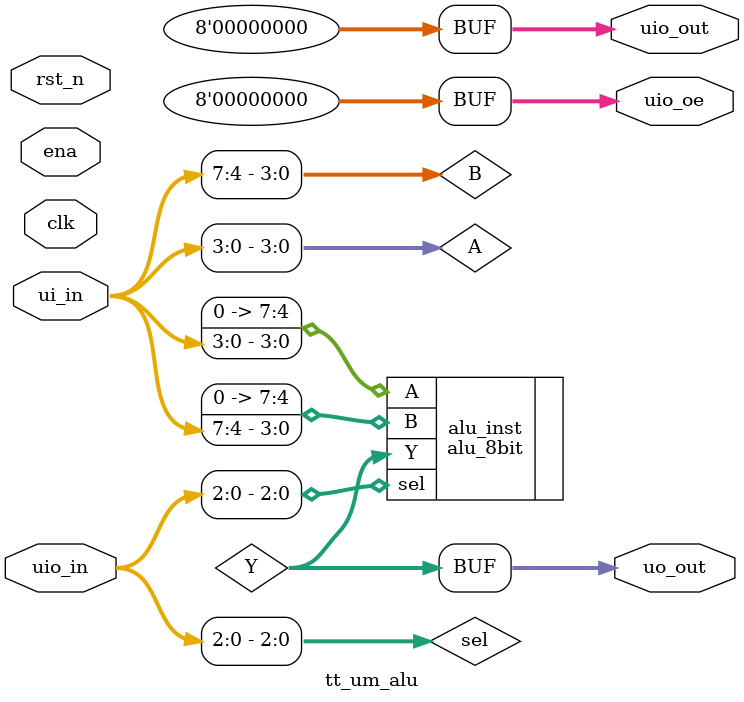
<source format=v>
module tt_um_alu (
    input  wire [7:0] ui_in,
    output wire [7:0] uo_out,
    input  wire [7:0] uio_in,
    output wire [7:0] uio_out,
    output wire [7:0] uio_oe,
    input  wire ena,
    input  wire clk,
    input  wire rst_n
);
    wire [3:0] A = ui_in[3:0];
    wire [3:0] B = ui_in[7:4];
    wire [2:0] sel = uio_in[2:0];

    wire [7:0] Y;

    alu_8bit alu_inst (
        .A({4'b0000, A}),
        .B({4'b0000, B}),
        .sel(sel),
        .Y(Y)
    );

    assign uo_out = Y;
    assign uio_out = 8'b00000000;
    assign uio_oe  = 8'b00000000;

endmodule

</source>
